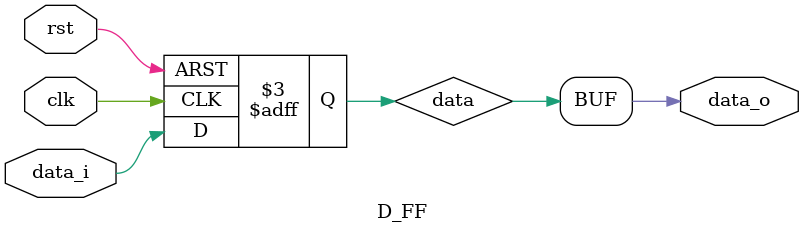
<source format=sv>
module D_FF 
#(parameter WIDTH=1) // fill number of bits 
(
	input logic clk, rst,
	input logic [WIDTH-1:0] data_i,
	output logic [WIDTH-1:0] data_o
);
reg [WIDTH-1:0] data;
always_ff@ (posedge clk or negedge rst)
	if (!rst) begin
		data <= 0;
	end else begin
	data <= data_i;
	end
assign data_o=data;
endmodule 
</source>
